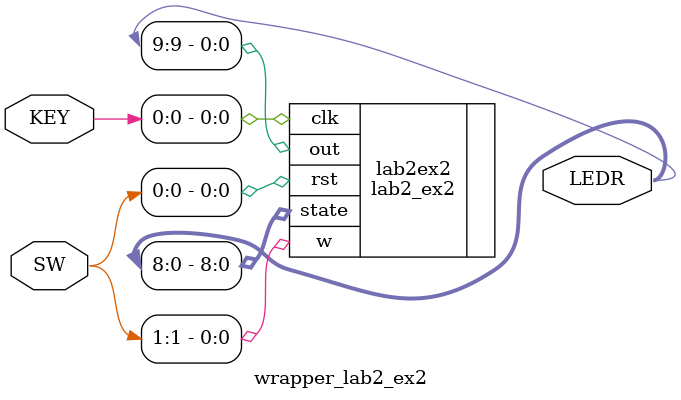
<source format=sv>
module wrapper_lab2_ex2 (
	input logic [9:0] SW,
	input logic [3:0] KEY,
	output logic [9:0] LEDR
);

lab2_ex2 lab2ex2 (.rst(SW[0]), .w(SW[1]), .clk(KEY[0]), .out(LEDR[9]), .state(LEDR[8:0]));

endmodule

</source>
